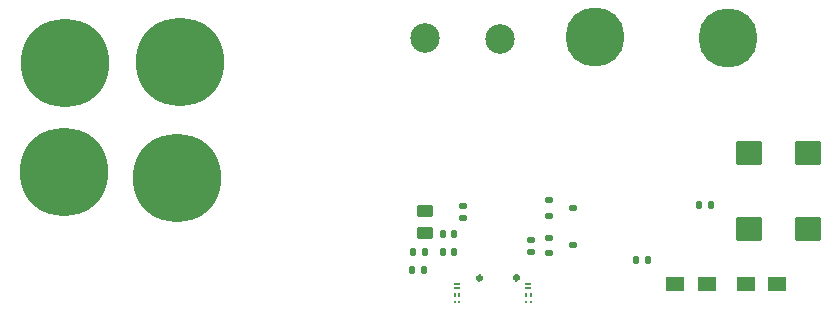
<source format=gbr>
%TF.GenerationSoftware,KiCad,Pcbnew,8.0.5*%
%TF.CreationDate,2024-10-10T12:36:06+02:00*%
%TF.ProjectId,MosTest_GanFet,4d6f7354-6573-4745-9f47-616e4665742e,rev?*%
%TF.SameCoordinates,Original*%
%TF.FileFunction,Soldermask,Top*%
%TF.FilePolarity,Negative*%
%FSLAX46Y46*%
G04 Gerber Fmt 4.6, Leading zero omitted, Abs format (unit mm)*
G04 Created by KiCad (PCBNEW 8.0.5) date 2024-10-10 12:36:06*
%MOMM*%
%LPD*%
G01*
G04 APERTURE LIST*
G04 Aperture macros list*
%AMRoundRect*
0 Rectangle with rounded corners*
0 $1 Rounding radius*
0 $2 $3 $4 $5 $6 $7 $8 $9 X,Y pos of 4 corners*
0 Add a 4 corners polygon primitive as box body*
4,1,4,$2,$3,$4,$5,$6,$7,$8,$9,$2,$3,0*
0 Add four circle primitives for the rounded corners*
1,1,$1+$1,$2,$3*
1,1,$1+$1,$4,$5*
1,1,$1+$1,$6,$7*
1,1,$1+$1,$8,$9*
0 Add four rect primitives between the rounded corners*
20,1,$1+$1,$2,$3,$4,$5,0*
20,1,$1+$1,$4,$5,$6,$7,0*
20,1,$1+$1,$6,$7,$8,$9,0*
20,1,$1+$1,$8,$9,$2,$3,0*%
G04 Aperture macros list end*
%ADD10C,0.350000*%
%ADD11RoundRect,0.135000X0.135000X0.185000X-0.135000X0.185000X-0.135000X-0.185000X0.135000X-0.185000X0*%
%ADD12C,2.500000*%
%ADD13C,2.900000*%
%ADD14C,5.000000*%
%ADD15RoundRect,0.112500X-0.237500X0.112500X-0.237500X-0.112500X0.237500X-0.112500X0.237500X0.112500X0*%
%ADD16C,4.700000*%
%ADD17C,7.500000*%
%ADD18RoundRect,0.250000X-0.450000X0.262500X-0.450000X-0.262500X0.450000X-0.262500X0.450000X0.262500X0*%
%ADD19RoundRect,0.135000X-0.135000X-0.185000X0.135000X-0.185000X0.135000X0.185000X-0.135000X0.185000X0*%
%ADD20RoundRect,0.080000X-1.000000X0.910000X-1.000000X-0.910000X1.000000X-0.910000X1.000000X0.910000X0*%
%ADD21R,1.500000X1.200000*%
%ADD22O,0.570000X0.190000*%
%ADD23O,0.190000X0.455000*%
%ADD24O,0.190000X0.190000*%
%ADD25RoundRect,0.140000X0.140000X0.170000X-0.140000X0.170000X-0.140000X-0.170000X0.140000X-0.170000X0*%
%ADD26RoundRect,0.140000X0.170000X-0.140000X0.170000X0.140000X-0.170000X0.140000X-0.170000X-0.140000X0*%
%ADD27RoundRect,0.140000X-0.140000X-0.170000X0.140000X-0.170000X0.140000X0.170000X-0.140000X0.170000X0*%
%ADD28RoundRect,0.135000X0.185000X-0.135000X0.185000X0.135000X-0.185000X0.135000X-0.185000X-0.135000X0*%
G04 APERTURE END LIST*
D10*
X126925000Y-44700000D02*
G75*
G02*
X126575000Y-44700000I-175000J0D01*
G01*
X126575000Y-44700000D02*
G75*
G02*
X126925000Y-44700000I175000J0D01*
G01*
X123795000Y-44730000D02*
G75*
G02*
X123445000Y-44730000I-175000J0D01*
G01*
X123445000Y-44730000D02*
G75*
G02*
X123795000Y-44730000I175000J0D01*
G01*
D11*
%TO.C,R5*%
X143210000Y-38500000D03*
X142190000Y-38500000D03*
%TD*%
D12*
%TO.C,EN1*%
X119000000Y-24400000D03*
%TD*%
D13*
%TO.C,GND1*%
X133400000Y-24300000D03*
D14*
X133400000Y-24300000D03*
%TD*%
D15*
%TO.C,D2*%
X129510000Y-38150000D03*
X129510000Y-39450000D03*
X131510000Y-38800000D03*
%TD*%
D11*
%TO.C,R8*%
X137910000Y-43200000D03*
X136890000Y-43200000D03*
%TD*%
D16*
%TO.C,H5*%
X88525000Y-26550000D03*
D17*
X88525000Y-26550000D03*
%TD*%
D18*
%TO.C,R6*%
X119000000Y-39087500D03*
X119000000Y-40912500D03*
%TD*%
D19*
%TO.C,RdtH1*%
X117892500Y-44000000D03*
X118912500Y-44000000D03*
%TD*%
D20*
%TO.C,R9*%
X146400000Y-34110000D03*
X146400000Y-40590000D03*
%TD*%
D21*
%TO.C,L1*%
X140150000Y-45255000D03*
X142850000Y-45255000D03*
%TD*%
D22*
%TO.C,Q1*%
X127770000Y-45190000D03*
X127770000Y-45590000D03*
D23*
X127580000Y-46190000D03*
X127960000Y-46190000D03*
D24*
X127580000Y-46790000D03*
X127960000Y-46790000D03*
%TD*%
D21*
%TO.C,L5*%
X146150000Y-45255000D03*
X148850000Y-45255000D03*
%TD*%
D20*
%TO.C,R4*%
X151400000Y-34110000D03*
X151400000Y-40590000D03*
%TD*%
D25*
%TO.C,C3*%
X121480000Y-42500000D03*
X120520000Y-42500000D03*
%TD*%
D13*
%TO.C,VDD30*%
X144700000Y-24400000D03*
D14*
X144700000Y-24400000D03*
%TD*%
D26*
%TO.C,C1*%
X128000000Y-42480000D03*
X128000000Y-41520000D03*
%TD*%
D16*
%TO.C,H6*%
X88470000Y-35780000D03*
D17*
X88470000Y-35780000D03*
%TD*%
D16*
%TO.C,H8*%
X98250000Y-26400000D03*
D17*
X98250000Y-26400000D03*
%TD*%
D19*
%TO.C,RdtL1*%
X117980000Y-42500000D03*
X119000000Y-42500000D03*
%TD*%
D22*
%TO.C,Q2*%
X121700000Y-45190000D03*
X121700000Y-45590000D03*
D23*
X121510000Y-46190000D03*
X121890000Y-46190000D03*
D24*
X121510000Y-46790000D03*
X121890000Y-46790000D03*
%TD*%
D27*
%TO.C,C4*%
X120540000Y-41000000D03*
X121500000Y-41000000D03*
%TD*%
D28*
%TO.C,R1*%
X122200000Y-39610000D03*
X122200000Y-38590000D03*
%TD*%
D15*
%TO.C,D1*%
X129500000Y-41300000D03*
X129500000Y-42600000D03*
X131500000Y-41950000D03*
%TD*%
D16*
%TO.C,H7*%
X98050000Y-36270000D03*
D17*
X98050000Y-36270000D03*
%TD*%
D12*
%TO.C,VDD10*%
X125400000Y-24500000D03*
%TD*%
M02*

</source>
